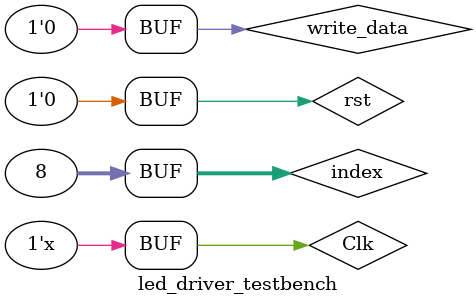
<source format=v>
`timescale 1ns / 1ps


module led_driver_testbench;

	// Inputs
	reg rst;
	reg [7:0] led_r[7:0];
	reg [7:0] led_g[7:0];
	reg [7:0] led_b[7:0];
  
  //------------
	// generate vectors to be passed as parameters
	
	reg [63:0] led_r_vector;
	reg [63:0] led_g_vector;
	reg [63:0] led_b_vector;

	integer index;
	always @* begin 
	  for(index=0; index <= 7; index = index + 1)
			begin
				led_r_vector[index*8 +: 8] <= led_r[index];
				led_g_vector[index*8 +: 8] <= led_g[index];
				led_b_vector[index*8 +: 8] <= led_b[index];
			end
	end
	
	reg write_data;
	
	wire mosi;
	wire sclk;
	
	// clock generator
	reg Clk;
	
  initial 
		begin
			Clk = 0; // Initialize clock
    end
      
	always  
		begin 
			#10; 
			Clk = ~ Clk; 
		end

	// Instantiate the Unit Under Test (UUT)
	led_driver uut (
		.rst(rst), 
		.led_r_vector(led_r_vector),
		.led_g_vector(led_g_vector),
		.led_b_vector(led_b_vector),
		.sys_clk(Clk),
		.mosi(mosi),
		.sclk(sclk),
		.write_data(write_data)
	);

	initial begin
		// Initialize Inputs
		rst = 1;
		write_data = 0;

		// Wait 100 ns for global reset to finish
		#100;
        
		// Add stimulus here
		rst = 0;
		
		led_r[0] = 8'h80;
		led_g[0] = 8'h00;
		led_b[0] = 8'hFF;
    
    led_r[1] = 8'h80;
		led_g[1] = 8'h00;
		led_b[1] = 8'hFF;
    	
    led_r[2] = 8'h80;
		led_g[2] = 8'h00;
		led_b[2] = 8'hFF;
    
    led_r[3] = 8'h80;
		led_g[3] = 8'h00;
		led_b[3] = 8'hFF;
    
    led_r[4] = 8'h80;
		led_g[4] = 8'h00;
		led_b[4] = 8'hFF;
    
    led_r[5] = 8'h80;
		led_g[5] = 8'h00;
		led_b[5] = 8'hFF;
    
    led_r[6] = 8'h80;
		led_g[6] = 8'h00;
		led_b[6] = 8'hFF;
    
    led_r[7] = 8'h80;
		led_g[7] = 8'h00;
		led_b[7] = 8'hFF;
    
    #20
    
		write_data = 1'b1;
		
		#20
		write_data = 1'b0;
		
	end
      
endmodule


</source>
